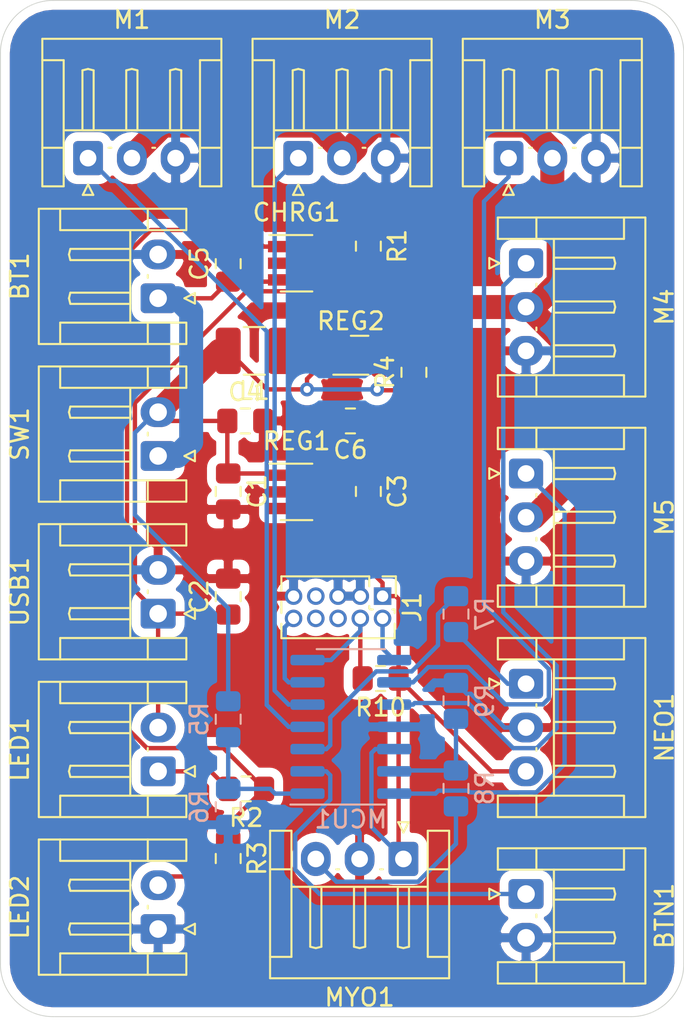
<source format=kicad_pcb>
(kicad_pcb (version 20171130) (host pcbnew "(5.1.4)-1")
  (layers (0 F.Cu signal) (31 B.Cu signal) (34 B.Paste user) (35 F.Paste user) (36 B.SilkS user) (37 F.SilkS user) (38 B.Mask user) (39 F.Mask user) (44 Edge.Cuts user))
  (net 0 "")
  (net 1 GND)
  (net 2 "Net-(BT1-Pad1)")
  (net 3 BTN)
  (net 4 +BATT)
  (net 5 "Net-(C2-Pad1)")
  (net 6 +3V3)
  (net 7 +5V)
  (net 8 "Net-(CHRG1-Pad5)")
  (net 9 "Net-(CHRG1-Pad2)")
  (net 10 "Net-(CHRG1-Pad1)")
  (net 11 "Net-(J1-Pad2)")
  (net 12 "Net-(J1-Pad4)")
  (net 13 "Net-(J1-Pad10)")
  (net 14 "Net-(L1-Pad1)")
  (net 15 "Net-(LED1-Pad1)")
  (net 16 "Net-(LED2-Pad2)")
  (net 17 INDEX)
  (net 18 MIDDLE)
  (net 19 RING)
  (net 20 PINKY)
  (net 21 THUMB)
  (net 22 NORMVBAT)
  (net 23 NEO)
  (net 24 NORMMYOSIG)
  (net 25 MYOSIG)
  (net 26 "Net-(R4-Pad2)")
  (net 27 "Net-(NEO1-Pad4)")
  (module Resistor_SMD:R_0805_2012Metric_Pad1.15x1.40mm_HandSolder (layer F.Cu) (at 134.7 55.7 180)
    (fp_text reference R10 (at 0 -1.65) (layer F.SilkS))
    (fp_text value 1000ohm)
    (pad 2 smd roundrect (at 1.025 0 180) (size 1.15 1.4) (layers F.Cu F.Paste F.Mask) (roundrect_rratio 0.217391) (net 12 "Net-(J1-Pad4)"))
    (pad 1 smd roundrect (at -1.025 0 180) (size 1.15 1.4) (layers F.Cu F.Paste F.Mask) (roundrect_rratio 0.217391) (net 6 +3V3))
  )
  (module Connector_PinHeader_1.27mm:PinHeader_2x05_P1.27mm_Vertical (layer F.Cu) (at 134.81 51 270)
    (fp_text reference J1 (at 0.635 -1.695 90) (layer F.SilkS))
    (fp_text value Conn_ARM_JTAG_SWD_10)
    (pad 1 thru_hole rect (at 0 0 270) (size 1 1) (drill 0.65) (layers *.Cu *.Mask) (net 6 +3V3))
    (pad 2 thru_hole oval (at 1.27 0 270) (size 1 1) (drill 0.65) (layers *.Cu *.Mask) (net 11 "Net-(J1-Pad2)"))
    (pad 3 thru_hole oval (at 0 1.27 270) (size 1 1) (drill 0.65) (layers *.Cu *.Mask) (net 1 GND))
    (pad 4 thru_hole oval (at 1.27 1.27 270) (size 1 1) (drill 0.65) (layers *.Cu *.Mask) (net 12 "Net-(J1-Pad4)"))
    (pad 5 thru_hole oval (at 0 2.54 270) (size 1 1) (drill 0.65) (layers *.Cu *.Mask) (net 1 GND))
    (pad 6 thru_hole oval (at 1.27 2.54 270) (size 1 1) (drill 0.65) (layers *.Cu *.Mask))
    (pad 7 thru_hole oval (at 0 3.81 270) (size 1 1) (drill 0.65) (layers *.Cu *.Mask))
    (pad 8 thru_hole oval (at 1.27 3.81 270) (size 1 1) (drill 0.65) (layers *.Cu *.Mask))
    (pad 9 thru_hole oval (at 0 5.08 270) (size 1 1) (drill 0.65) (layers *.Cu *.Mask) (net 1 GND))
    (pad 10 thru_hole oval (at 1.27 5.08 270) (size 1 1) (drill 0.65) (layers *.Cu *.Mask) (net 13 "Net-(J1-Pad10)"))
  )
  (module Connector_JST:JST_EH_S2B-EH_1x02_P2.50mm_Horizontal (layer F.Cu) (at 122 34 90)
    (fp_text reference BT1 (at 1.25 -7.9 90) (layer F.SilkS))
    (fp_text value Battery_Cell)
    (pad 2 thru_hole oval (at 2.5 0 90) (size 1.7 2) (drill 1) (layers *.Cu *.Mask) (net 1 GND))
    (pad 1 thru_hole roundrect (at 0 0 90) (size 1.7 2) (drill 1) (layers *.Cu *.Mask) (roundrect_rratio 0.147059) (net 2 "Net-(BT1-Pad1)"))
  )
  (module Connector_JST:JST_EH_S2B-EH_1x02_P2.50mm_Horizontal (layer F.Cu) (at 143 68 270)
    (fp_text reference BTN1 (at 1.25 -7.9 90) (layer F.SilkS))
    (fp_text value Side_Button)
    (pad 1 thru_hole roundrect (at 0 0 270) (size 1.7 2) (drill 1) (layers *.Cu *.Mask) (roundrect_rratio 0.147059) (net 3 BTN))
    (pad 2 thru_hole oval (at 2.5 0 270) (size 1.7 2) (drill 1) (layers *.Cu *.Mask) (net 1 GND))
  )
  (module Capacitor_SMD:C_0805_2012Metric_Pad1.15x1.40mm_HandSolder (layer F.Cu) (at 126 45.025 270)
    (fp_text reference C1 (at 0 -1.65 90) (layer F.SilkS))
    (fp_text value 1uF)
    (pad 2 smd roundrect (at 1.025 0 270) (size 1.15 1.4) (layers F.Cu F.Paste F.Mask) (roundrect_rratio 0.217391) (net 1 GND))
    (pad 1 smd roundrect (at -1.025 0 270) (size 1.15 1.4) (layers F.Cu F.Paste F.Mask) (roundrect_rratio 0.217391) (net 4 +BATT))
  )
  (module Capacitor_SMD:C_0805_2012Metric_Pad1.15x1.40mm_HandSolder (layer F.Cu) (at 126 51.025 90)
    (fp_text reference C2 (at 0 -1.65 90) (layer F.SilkS))
    (fp_text value 4.7uF)
    (pad 2 smd roundrect (at 1.025 0 90) (size 1.15 1.4) (layers F.Cu F.Paste F.Mask) (roundrect_rratio 0.217391) (net 1 GND))
    (pad 1 smd roundrect (at -1.025 0 90) (size 1.15 1.4) (layers F.Cu F.Paste F.Mask) (roundrect_rratio 0.217391) (net 5 "Net-(C2-Pad1)"))
  )
  (module Capacitor_SMD:C_0805_2012Metric_Pad1.15x1.40mm_HandSolder (layer F.Cu) (at 134 45.025 270)
    (fp_text reference C3 (at 0 -1.65 90) (layer F.SilkS))
    (fp_text value 1uF)
    (pad 1 smd roundrect (at -1.025 0 270) (size 1.15 1.4) (layers F.Cu F.Paste F.Mask) (roundrect_rratio 0.217391) (net 6 +3V3))
    (pad 2 smd roundrect (at 1.025 0 270) (size 1.15 1.4) (layers F.Cu F.Paste F.Mask) (roundrect_rratio 0.217391) (net 1 GND))
  )
  (module Capacitor_SMD:C_0805_2012Metric_Pad1.15x1.40mm_HandSolder (layer F.Cu) (at 126.975 41)
    (fp_text reference C4 (at 0 -1.65) (layer F.SilkS))
    (fp_text value "4.7uF 10V")
    (pad 2 smd roundrect (at 1.025 0) (size 1.15 1.4) (layers F.Cu F.Paste F.Mask) (roundrect_rratio 0.217391) (net 1 GND))
    (pad 1 smd roundrect (at -1.025 0) (size 1.15 1.4) (layers F.Cu F.Paste F.Mask) (roundrect_rratio 0.217391) (net 4 +BATT))
  )
  (module Capacitor_SMD:C_0805_2012Metric_Pad1.15x1.40mm_HandSolder (layer F.Cu) (at 126 32.025 90)
    (fp_text reference C5 (at 0 -1.65 90) (layer F.SilkS))
    (fp_text value 4.7uF)
    (pad 1 smd roundrect (at -1.025 0 90) (size 1.15 1.4) (layers F.Cu F.Paste F.Mask) (roundrect_rratio 0.217391) (net 2 "Net-(BT1-Pad1)"))
    (pad 2 smd roundrect (at 1.025 0 90) (size 1.15 1.4) (layers F.Cu F.Paste F.Mask) (roundrect_rratio 0.217391) (net 1 GND))
  )
  (module Capacitor_SMD:C_0805_2012Metric_Pad1.15x1.40mm_HandSolder (layer F.Cu) (at 132.975 41 180)
    (fp_text reference C6 (at 0 -1.65) (layer F.SilkS))
    (fp_text value "22uF 10V")
    (pad 1 smd roundrect (at -1.025 0 180) (size 1.15 1.4) (layers F.Cu F.Paste F.Mask) (roundrect_rratio 0.217391) (net 7 +5V))
    (pad 2 smd roundrect (at 1.025 0 180) (size 1.15 1.4) (layers F.Cu F.Paste F.Mask) (roundrect_rratio 0.217391) (net 1 GND))
  )
  (module Package_TO_SOT_SMD:SOT-23-5 (layer F.Cu) (at 129.9 32)
    (fp_text reference CHRG1 (at 0 -2.9) (layer F.SilkS))
    (fp_text value MCP73831-2-OT)
    (pad 5 smd rect (at 1.1 -0.95) (size 1.06 0.65) (layers F.Cu F.Paste F.Mask) (net 8 "Net-(CHRG1-Pad5)"))
    (pad 4 smd rect (at 1.1 0.95) (size 1.06 0.65) (layers F.Cu F.Paste F.Mask) (net 5 "Net-(C2-Pad1)"))
    (pad 3 smd rect (at -1.1 0.95) (size 1.06 0.65) (layers F.Cu F.Paste F.Mask) (net 2 "Net-(BT1-Pad1)"))
    (pad 2 smd rect (at -1.1 0) (size 1.06 0.65) (layers F.Cu F.Paste F.Mask) (net 9 "Net-(CHRG1-Pad2)"))
    (pad 1 smd rect (at -1.1 -0.95) (size 1.06 0.65) (layers F.Cu F.Paste F.Mask) (net 10 "Net-(CHRG1-Pad1)"))
  )
  (module Inductor_SMD:L_1210_3225Metric_Pad1.42x2.65mm_HandSolder (layer F.Cu) (at 127.4875 37 180)
    (fp_text reference L1 (at 0 -2.28) (layer F.SilkS))
    (fp_text value "1uH 3A")
    (pad 1 smd roundrect (at -1.4875 0 180) (size 1.425 2.65) (layers F.Cu F.Paste F.Mask) (roundrect_rratio 0.175439) (net 14 "Net-(L1-Pad1)"))
    (pad 2 smd roundrect (at 1.4875 0 180) (size 1.425 2.65) (layers F.Cu F.Paste F.Mask) (roundrect_rratio 0.175439) (net 4 +BATT))
  )
  (module Connector_JST:JST_EH_S2B-EH_1x02_P2.50mm_Horizontal (layer F.Cu) (at 122 61 90)
    (fp_text reference LED1 (at 1.25 -7.9 90) (layer F.SilkS))
    (fp_text value Charging_LED)
    (pad 1 thru_hole roundrect (at 0 0 90) (size 1.7 2) (drill 1) (layers *.Cu *.Mask) (roundrect_rratio 0.147059) (net 15 "Net-(LED1-Pad1)"))
    (pad 2 thru_hole oval (at 2.5 0 90) (size 1.7 2) (drill 1) (layers *.Cu *.Mask) (net 5 "Net-(C2-Pad1)"))
  )
  (module Connector_JST:JST_EH_S2B-EH_1x02_P2.50mm_Horizontal (layer F.Cu) (at 122 70 90)
    (fp_text reference LED2 (at 1.25 -7.9 90) (layer F.SilkS))
    (fp_text value Charge_Done_LED)
    (pad 2 thru_hole oval (at 2.5 0 90) (size 1.7 2) (drill 1) (layers *.Cu *.Mask) (net 16 "Net-(LED2-Pad2)"))
    (pad 1 thru_hole roundrect (at 0 0 90) (size 1.7 2) (drill 1) (layers *.Cu *.Mask) (roundrect_rratio 0.147059) (net 1 GND))
  )
  (module Connector_JST:JST_EH_S3B-EH_1x03_P2.50mm_Horizontal (layer F.Cu) (at 118 26)
    (fp_text reference M1 (at 2.5 -7.9) (layer F.SilkS))
    (fp_text value Index_Servo)
    (pad 3 thru_hole oval (at 5 0) (size 1.7 1.95) (drill 0.95) (layers *.Cu *.Mask) (net 1 GND))
    (pad 2 thru_hole oval (at 2.5 0) (size 1.7 1.95) (drill 0.95) (layers *.Cu *.Mask) (net 7 +5V))
    (pad 1 thru_hole roundrect (at 0 0) (size 1.7 1.95) (drill 0.95) (layers *.Cu *.Mask) (roundrect_rratio 0.147059) (net 17 INDEX))
  )
  (module Connector_JST:JST_EH_S3B-EH_1x03_P2.50mm_Horizontal (layer F.Cu) (at 130 26)
    (fp_text reference M2 (at 2.5 -7.9) (layer F.SilkS))
    (fp_text value Middle_Servo)
    (pad 1 thru_hole roundrect (at 0 0) (size 1.7 1.95) (drill 0.95) (layers *.Cu *.Mask) (roundrect_rratio 0.147059) (net 18 MIDDLE))
    (pad 2 thru_hole oval (at 2.5 0) (size 1.7 1.95) (drill 0.95) (layers *.Cu *.Mask) (net 7 +5V))
    (pad 3 thru_hole oval (at 5 0) (size 1.7 1.95) (drill 0.95) (layers *.Cu *.Mask) (net 1 GND))
  )
  (module Connector_JST:JST_EH_S3B-EH_1x03_P2.50mm_Horizontal (layer F.Cu) (at 142 26)
    (fp_text reference M3 (at 2.5 -7.9) (layer F.SilkS))
    (fp_text value Ring_Servo)
    (pad 3 thru_hole oval (at 5 0) (size 1.7 1.95) (drill 0.95) (layers *.Cu *.Mask) (net 1 GND))
    (pad 2 thru_hole oval (at 2.5 0) (size 1.7 1.95) (drill 0.95) (layers *.Cu *.Mask) (net 7 +5V))
    (pad 1 thru_hole roundrect (at 0 0) (size 1.7 1.95) (drill 0.95) (layers *.Cu *.Mask) (roundrect_rratio 0.147059) (net 19 RING))
  )
  (module Connector_JST:JST_EH_S3B-EH_1x03_P2.50mm_Horizontal (layer F.Cu) (at 143 32 270)
    (fp_text reference M4 (at 2.5 -7.9 90) (layer F.SilkS))
    (fp_text value Pinky_Servo)
    (pad 1 thru_hole roundrect (at 0 0 270) (size 1.7 1.95) (drill 0.95) (layers *.Cu *.Mask) (roundrect_rratio 0.147059) (net 20 PINKY))
    (pad 2 thru_hole oval (at 2.5 0 270) (size 1.7 1.95) (drill 0.95) (layers *.Cu *.Mask) (net 7 +5V))
    (pad 3 thru_hole oval (at 5 0 270) (size 1.7 1.95) (drill 0.95) (layers *.Cu *.Mask) (net 1 GND))
  )
  (module Connector_JST:JST_EH_S3B-EH_1x03_P2.50mm_Horizontal (layer F.Cu) (at 143 44 270)
    (fp_text reference M5 (at 2.5 -7.9 90) (layer F.SilkS))
    (fp_text value Thumb_Servo)
    (pad 3 thru_hole oval (at 5 0 270) (size 1.7 1.95) (drill 0.95) (layers *.Cu *.Mask) (net 1 GND))
    (pad 2 thru_hole oval (at 2.5 0 270) (size 1.7 1.95) (drill 0.95) (layers *.Cu *.Mask) (net 7 +5V))
    (pad 1 thru_hole roundrect (at 0 0 270) (size 1.7 1.95) (drill 0.95) (layers *.Cu *.Mask) (roundrect_rratio 0.147059) (net 21 THUMB))
  )
  (module Package_SO:SOIC-14_3.9x8.7mm_P1.27mm (layer B.Cu) (at 133 58.46)
    (fp_text reference MCU1 (at 0 5.28) (layer B.SilkS) (effects (justify mirror)))
    (fp_text value ATSAMD11C14A-SS)
    (pad 1 smd roundrect (at -2.475 3.81) (size 1.95 0.6) (layers B.Cu B.Paste B.Mask) (net 22 NORMVBAT))
    (pad 2 smd roundrect (at -2.475 2.54) (size 1.95 0.6) (layers B.Cu B.Paste B.Mask) (net 3 BTN))
    (pad 3 smd roundrect (at -2.475 1.27) (size 1.95 0.6) (layers B.Cu B.Paste B.Mask) (net 23 NEO))
    (pad 4 smd roundrect (at -2.475 0) (size 1.95 0.6) (layers B.Cu B.Paste B.Mask) (net 17 INDEX))
    (pad 5 smd roundrect (at -2.475 -1.27) (size 1.95 0.6) (layers B.Cu B.Paste B.Mask) (net 18 MIDDLE))
    (pad 6 smd roundrect (at -2.475 -2.54) (size 1.95 0.6) (layers B.Cu B.Paste B.Mask) (net 13 "Net-(J1-Pad10)"))
    (pad 7 smd roundrect (at -2.475 -3.81) (size 1.95 0.6) (layers B.Cu B.Paste B.Mask) (net 12 "Net-(J1-Pad4)"))
    (pad 8 smd roundrect (at 2.475 -3.81) (size 1.95 0.6) (layers B.Cu B.Paste B.Mask) (net 11 "Net-(J1-Pad2)"))
    (pad 9 smd roundrect (at 2.475 -2.54) (size 1.95 0.6) (layers B.Cu B.Paste B.Mask) (net 19 RING))
    (pad 10 smd roundrect (at 2.475 -1.27) (size 1.95 0.6) (layers B.Cu B.Paste B.Mask) (net 20 PINKY))
    (pad 11 smd roundrect (at 2.475 0) (size 1.95 0.6) (layers B.Cu B.Paste B.Mask) (net 1 GND))
    (pad 12 smd roundrect (at 2.475 1.27) (size 1.95 0.6) (layers B.Cu B.Paste B.Mask) (net 6 +3V3))
    (pad 13 smd roundrect (at 2.475 2.54) (size 1.95 0.6) (layers B.Cu B.Paste B.Mask) (net 24 NORMMYOSIG))
    (pad 14 smd roundrect (at 2.475 3.81) (size 1.95 0.6) (layers B.Cu B.Paste B.Mask) (net 21 THUMB))
  )
  (module Connector_JST:JST_EH_S3B-EH_1x03_P2.50mm_Horizontal (layer F.Cu) (at 136 66 180)
    (fp_text reference MYO1 (at 2.5 -7.9) (layer F.SilkS))
    (fp_text value MyoWare)
    (pad 1 thru_hole roundrect (at 0 0 180) (size 1.7 1.95) (drill 0.95) (layers *.Cu *.Mask) (roundrect_rratio 0.147059) (net 6 +3V3))
    (pad 2 thru_hole oval (at 2.5 0 180) (size 1.7 1.95) (drill 0.95) (layers *.Cu *.Mask) (net 1 GND))
    (pad 3 thru_hole oval (at 5 0 180) (size 1.7 1.95) (drill 0.95) (layers *.Cu *.Mask) (net 25 MYOSIG))
  )
  (module Connector_JST:JST_EH_S3B-EH_1x03_P2.50mm_Horizontal (layer F.Cu) (at 143 56 270)
    (fp_text reference NEO1 (at 2.5 -7.9 90) (layer F.SilkS))
    (fp_text value Indicator_NeoPixel)
    (pad 4 thru_hole roundrect (at 0 0 270) (size 1.7 1.95) (drill 0.95) (layers *.Cu *.Mask) (roundrect_rratio 0.147) (net 27 "Net-(NEO1-Pad4)"))
    (pad 2 thru_hole oval (at 2.5 0 270) (size 1.7 1.95) (drill 0.95) (layers *.Cu *.Mask) (net 1 GND))
    (pad 3 thru_hole oval (at 5 0 270) (size 1.7 1.95) (drill 0.95) (layers *.Cu *.Mask) (net 6 +3V3))
  )
  (module Resistor_SMD:R_0805_2012Metric_Pad1.15x1.40mm_HandSolder (layer F.Cu) (at 134 31.025 270)
    (fp_text reference R1 (at 0 -1.65 90) (layer F.SilkS))
    (fp_text value 2000ohm)
    (pad 2 smd roundrect (at 1.025 0 270) (size 1.15 1.4) (layers F.Cu F.Paste F.Mask) (roundrect_rratio 0.217391) (net 9 "Net-(CHRG1-Pad2)"))
    (pad 1 smd roundrect (at -1.025 0 270) (size 1.15 1.4) (layers F.Cu F.Paste F.Mask) (roundrect_rratio 0.217391) (net 8 "Net-(CHRG1-Pad5)"))
  )
  (module Resistor_SMD:R_0805_2012Metric_Pad1.15x1.40mm_HandSolder (layer F.Cu) (at 127.025 62 180)
    (fp_text reference R2 (at 0 -1.65) (layer F.SilkS))
    (fp_text value 470ohm)
    (pad 1 smd roundrect (at -1.025 0 180) (size 1.15 1.4) (layers F.Cu F.Paste F.Mask) (roundrect_rratio 0.217391) (net 10 "Net-(CHRG1-Pad1)"))
    (pad 2 smd roundrect (at 1.025 0 180) (size 1.15 1.4) (layers F.Cu F.Paste F.Mask) (roundrect_rratio 0.217391) (net 15 "Net-(LED1-Pad1)"))
  )
  (module Resistor_SMD:R_0805_2012Metric_Pad1.15x1.40mm_HandSolder (layer F.Cu) (at 126 65.975 270)
    (fp_text reference R3 (at 0 -1.65 90) (layer F.SilkS))
    (fp_text value 470ohm)
    (pad 2 smd roundrect (at 1.025 0 270) (size 1.15 1.4) (layers F.Cu F.Paste F.Mask) (roundrect_rratio 0.217391) (net 16 "Net-(LED2-Pad2)"))
    (pad 1 smd roundrect (at -1.025 0 270) (size 1.15 1.4) (layers F.Cu F.Paste F.Mask) (roundrect_rratio 0.217391) (net 10 "Net-(CHRG1-Pad1)"))
  )
  (module Resistor_SMD:R_0805_2012Metric_Pad1.15x1.40mm_HandSolder (layer F.Cu) (at 136.6 38.225 90)
    (fp_text reference R4 (at 0 -1.65 90) (layer F.SilkS))
    (fp_text value 1Mohm)
    (pad 1 smd roundrect (at -1.025 0 90) (size 1.15 1.4) (layers F.Cu F.Paste F.Mask) (roundrect_rratio 0.217391) (net 4 +BATT))
    (pad 2 smd roundrect (at 1.025 0 90) (size 1.15 1.4) (layers F.Cu F.Paste F.Mask) (roundrect_rratio 0.217391) (net 26 "Net-(R4-Pad2)"))
  )
  (module Resistor_SMD:R_0805_2012Metric_Pad1.15x1.40mm_HandSolder (layer B.Cu) (at 126 58.025 270)
    (fp_text reference R5 (at 0 1.65 270) (layer B.SilkS) (effects (justify mirror)))
    (fp_text value 5000ohm)
    (pad 1 smd roundrect (at -1.025 0 270) (size 1.15 1.4) (layers B.Cu B.Paste B.Mask) (roundrect_rratio 0.217391) (net 4 +BATT))
    (pad 2 smd roundrect (at 1.025 0 270) (size 1.15 1.4) (layers B.Cu B.Paste B.Mask) (roundrect_rratio 0.217391) (net 22 NORMVBAT))
  )
  (module Resistor_SMD:R_0805_2012Metric_Pad1.15x1.40mm_HandSolder (layer B.Cu) (at 126 63.025 270)
    (fp_text reference R6 (at 0 1.65 270) (layer B.SilkS) (effects (justify mirror)))
    (fp_text value 1250ohm)
    (pad 2 smd roundrect (at 1.025 0 270) (size 1.15 1.4) (layers B.Cu B.Paste B.Mask) (roundrect_rratio 0.217391) (net 1 GND))
    (pad 1 smd roundrect (at -1.025 0 270) (size 1.15 1.4) (layers B.Cu B.Paste B.Mask) (roundrect_rratio 0.217391) (net 22 NORMVBAT))
  )
  (module Resistor_SMD:R_0805_2012Metric_Pad1.15x1.40mm_HandSolder (layer B.Cu) (at 139 52.025 90)
    (fp_text reference R7 (at 0 1.65 270) (layer B.SilkS) (effects (justify mirror)))
    (fp_text value 500ohm)
    (pad 1 smd roundrect (at -1.025 0 90) (size 1.15 1.4) (layers B.Cu B.Paste B.Mask) (roundrect_rratio 0.217391) (net 27 "Net-(NEO1-Pad4)"))
    (pad 2 smd roundrect (at 1.025 0 90) (size 1.15 1.4) (layers B.Cu B.Paste B.Mask) (roundrect_rratio 0.217391) (net 23 NEO))
  )
  (module Resistor_SMD:R_0805_2012Metric_Pad1.15x1.40mm_HandSolder (layer B.Cu) (at 139 61.975 90)
    (fp_text reference R8 (at 0.025 1.65 270) (layer B.SilkS) (effects (justify mirror)))
    (fp_text value 5000ohm)
    (pad 1 smd roundrect (at -1.025 0 90) (size 1.15 1.4) (layers B.Cu B.Paste B.Mask) (roundrect_rratio 0.217391) (net 25 MYOSIG))
    (pad 2 smd roundrect (at 1.025 0 90) (size 1.15 1.4) (layers B.Cu B.Paste B.Mask) (roundrect_rratio 0.217391) (net 24 NORMMYOSIG))
  )
  (module Resistor_SMD:R_0805_2012Metric_Pad1.15x1.40mm_HandSolder (layer B.Cu) (at 139 56.975 90)
    (fp_text reference R9 (at 0 1.65 270) (layer B.SilkS) (effects (justify mirror)))
    (fp_text value 1250ohm)
    (pad 2 smd roundrect (at 1.025 0 90) (size 1.15 1.4) (layers B.Cu B.Paste B.Mask) (roundrect_rratio 0.217391) (net 1 GND))
    (pad 1 smd roundrect (at -1.025 0 90) (size 1.15 1.4) (layers B.Cu B.Paste B.Mask) (roundrect_rratio 0.217391) (net 24 NORMMYOSIG))
  )
  (module Package_TO_SOT_SMD:SOT-23-5 (layer F.Cu) (at 129.9 45.05)
    (fp_text reference REG1 (at 0 -2.9) (layer F.SilkS))
    (fp_text value MIC5504-3.3YM5)
    (pad 1 smd rect (at -1.1 -0.95) (size 1.06 0.65) (layers F.Cu F.Paste F.Mask) (net 4 +BATT))
    (pad 2 smd rect (at -1.1 0) (size 1.06 0.65) (layers F.Cu F.Paste F.Mask) (net 1 GND))
    (pad 3 smd rect (at -1.1 0.95) (size 1.06 0.65) (layers F.Cu F.Paste F.Mask))
    (pad 4 smd rect (at 1.1 0.95) (size 1.06 0.65) (layers F.Cu F.Paste F.Mask))
    (pad 5 smd rect (at 1.1 -0.95) (size 1.06 0.65) (layers F.Cu F.Paste F.Mask) (net 6 +3V3))
  )
  (module Package_DFN_QFN:DFN-8-1EP_2x2mm_P0.5mm_EP0.9x1.3mm (layer F.Cu) (at 133 37.25)
    (fp_text reference REG2 (at 0 -1.95) (layer F.SilkS))
    (fp_text value MIC2876-5.5YMT-TR)
    (pad 9 smd roundrect (at 0 0) (size 0.9 1.3) (layers F.Cu F.Mask) (net 1 GND))
    (pad 1 smd roundrect (at -1 -0.75) (size 0.7 0.25) (layers F.Cu F.Paste F.Mask) (net 14 "Net-(L1-Pad1)"))
    (pad 2 smd roundrect (at -1 -0.25) (size 0.7 0.25) (layers F.Cu F.Paste F.Mask) (net 1 GND))
    (pad 3 smd roundrect (at -1 0.25) (size 0.7 0.25) (layers F.Cu F.Paste F.Mask) (net 4 +BATT))
    (pad 4 smd roundrect (at -1 0.75) (size 0.7 0.25) (layers F.Cu F.Paste F.Mask) (net 1 GND))
    (pad 5 smd roundrect (at 1 0.75) (size 0.7 0.25) (layers F.Cu F.Paste F.Mask) (net 7 +5V))
    (pad 6 smd roundrect (at 1 0.25) (size 0.7 0.25) (layers F.Cu F.Paste F.Mask))
    (pad 7 smd roundrect (at 1 -0.25) (size 0.7 0.25) (layers F.Cu F.Paste F.Mask) (net 26 "Net-(R4-Pad2)"))
    (pad 8 smd roundrect (at 1 -0.75) (size 0.7 0.25) (layers F.Cu F.Paste F.Mask) (net 7 +5V))
  )
  (module Connector_JST:JST_EH_S2B-EH_1x02_P2.50mm_Horizontal (layer F.Cu) (at 122 43 90)
    (fp_text reference SW1 (at 1.25 -7.9 90) (layer F.SilkS))
    (fp_text value Power_Switch)
    (pad 2 thru_hole oval (at 2.5 0 90) (size 1.7 2) (drill 1) (layers *.Cu *.Mask) (net 4 +BATT))
    (pad 1 thru_hole roundrect (at 0 0 90) (size 1.7 2) (drill 1) (layers *.Cu *.Mask) (roundrect_rratio 0.147059) (net 2 "Net-(BT1-Pad1)"))
  )
  (module Connector_JST:JST_EH_S2B-EH_1x02_P2.50mm_Horizontal (layer F.Cu) (at 122 52 90)
    (fp_text reference USB1 (at 1.25 -7.9 90) (layer F.SilkS))
    (fp_text value USB_B_Micro)
    (pad 1 thru_hole roundrect (at 0 0 90) (size 1.7 2) (drill 1) (layers *.Cu *.Mask) (roundrect_rratio 0.147059) (net 5 "Net-(C2-Pad1)"))
    (pad 5 thru_hole oval (at 2.5 0 90) (size 1.7 2) (drill 1) (layers *.Cu *.Mask) (net 1 GND))
  )
  (gr_line (start 152 72) (end 152 20) (layer Edge.Cuts) (width 0.05))
  (gr_line (start 116 75) (end 149 75) (layer Edge.Cuts) (width 0.05))
  (gr_line (start 113 20) (end 113 72) (layer Edge.Cuts) (width 0.05))
  (gr_line (start 149 17) (end 116 17) (layer Edge.Cuts) (width 0.05))
  (gr_arc (start 149 72) (end 149 75) (angle -90) (layer Edge.Cuts) (width 0.05))
  (gr_arc (start 116 72) (end 113 72) (angle -90) (layer Edge.Cuts) (width 0.05))
  (gr_arc (start 116 20) (end 116 17) (angle -90) (layer Edge.Cuts) (width 0.05))
  (gr_arc (start 149 20) (end 152 20) (angle -90) (layer Edge.Cuts) (width 0.05))
  (segment (start 132.75 37) (end 133 37.25) (width 0.25) (layer F.Cu) (net 1))
  (segment (start 132 37) (end 132.75 37) (width 0.25) (layer F.Cu) (net 1))
  (segment (start 133 37.45) (end 133 37.25) (width 0.25) (layer F.Cu) (net 1))
  (segment (start 132.45 38) (end 133 37.45) (width 0.25) (layer F.Cu) (net 1))
  (segment (start 132 38) (end 132.45 38) (width 0.25) (layer F.Cu) (net 1))
  (segment (start 128.02 45.05) (end 128 45.03) (width 0.25) (layer F.Cu) (net 1))
  (segment (start 128.8 45.05) (end 128.02 45.05) (width 0.25) (layer F.Cu) (net 1))
  (segment (start 133.5 64.5) (end 133.5 66) (width 0.25) (layer B.Cu) (net 1))
  (segment (start 141.775 58.5) (end 143 58.5) (width 0.25) (layer B.Cu) (net 1))
  (segment (start 139.848372 56.573372) (end 141.775 58.5) (width 0.25) (layer B.Cu) (net 1))
  (segment (start 139.623372 56.573372) (end 139.848372 56.573372) (width 0.25) (layer B.Cu) (net 1))
  (segment (start 139 55.95) (end 139.623372 56.573372) (width 0.25) (layer B.Cu) (net 1))
  (segment (start 131.95 40.2) (end 132.76499 39.38501) (width 1.37) (layer F.Cu) (net 1))
  (segment (start 132.76499 39.38501) (end 132.76499 38.424994) (width 1.37) (layer F.Cu) (net 1))
  (segment (start 131.95 41) (end 131.95 40.2) (width 1.37) (layer F.Cu) (net 1))
  (via (at 134.5 39.2) (size 0.8) (drill 0.4) (layers F.Cu B.Cu) (net 4))
  (via (at 130.5 39.2) (size 0.8) (drill 0.4) (layers F.Cu B.Cu) (net 4))
  (segment (start 125.05 34) (end 126 33.05) (width 0.25) (layer F.Cu) (net 2))
  (segment (start 122 34) (end 125.05 34) (width 0.25) (layer F.Cu) (net 2))
  (segment (start 128.7 33.05) (end 128.8 32.95) (width 0.25) (layer F.Cu) (net 2))
  (segment (start 126 33.05) (end 128.7 33.05) (width 0.25) (layer F.Cu) (net 2))
  (segment (start 123.1 43) (end 122 43) (width 1.37) (layer B.Cu) (net 2))
  (segment (start 123.88501 42.21499) (end 123.1 43) (width 1.37) (layer B.Cu) (net 2))
  (segment (start 123.88501 34.78501) (end 123.88501 42.21499) (width 1.37) (layer B.Cu) (net 2))
  (segment (start 123.1 34) (end 123.88501 34.78501) (width 1.37) (layer B.Cu) (net 2))
  (segment (start 122 34) (end 123.1 34) (width 1.37) (layer B.Cu) (net 2))
  (segment (start 131.82501 61.22501) (end 131.6 61) (width 0.25) (layer B.Cu) (net 3))
  (segment (start 131.82501 62.616758) (end 131.82501 61.22501) (width 0.25) (layer B.Cu) (net 3))
  (segment (start 129.82499 64.616778) (end 131.82501 62.616758) (width 0.25) (layer B.Cu) (net 3))
  (segment (start 129.82499 66.611705) (end 129.82499 64.616778) (width 0.25) (layer B.Cu) (net 3))
  (segment (start 131.213285 68) (end 129.82499 66.611705) (width 0.25) (layer B.Cu) (net 3))
  (segment (start 131.6 61) (end 130.525 61) (width 0.25) (layer B.Cu) (net 3))
  (segment (start 143 68) (end 131.213285 68) (width 0.25) (layer B.Cu) (net 3))
  (segment (start 122.5 41) (end 122 40.5) (width 0.25) (layer F.Cu) (net 4))
  (segment (start 125.95 41) (end 122.5 41) (width 0.25) (layer F.Cu) (net 4))
  (segment (start 125.95 43.95) (end 126 44) (width 0.25) (layer F.Cu) (net 4))
  (segment (start 125.95 41) (end 125.95 43.95) (width 0.25) (layer F.Cu) (net 4))
  (segment (start 128.7 44) (end 128.8 44.1) (width 0.25) (layer F.Cu) (net 4))
  (segment (start 126 44) (end 128.7 44) (width 0.25) (layer F.Cu) (net 4))
  (segment (start 126 56.325) (end 126 57) (width 0.25) (layer B.Cu) (net 4))
  (segment (start 126 51.688285) (end 126 56.325) (width 0.25) (layer B.Cu) (net 4))
  (segment (start 120.67499 46.363275) (end 126 51.688285) (width 0.25) (layer B.Cu) (net 4))
  (segment (start 120.67499 41.67501) (end 120.67499 46.363275) (width 0.25) (layer B.Cu) (net 4))
  (segment (start 121.85 40.5) (end 120.67499 41.67501) (width 0.25) (layer B.Cu) (net 4))
  (segment (start 122 40.5) (end 121.85 40.5) (width 0.25) (layer B.Cu) (net 4))
  (segment (start 122.5 40.5) (end 122 40.5) (width 0.25) (layer F.Cu) (net 4))
  (segment (start 125.5 37) (end 122 40.5) (width 1.37) (layer F.Cu) (net 4))
  (segment (start 126 37) (end 125.5 37) (width 1.37) (layer F.Cu) (net 4))
  (segment (start 134.55 39.25) (end 134.5 39.2) (width 0.25) (layer F.Cu) (net 4))
  (segment (start 136.6 39.25) (end 134.55 39.25) (width 0.25) (layer F.Cu) (net 4))
  (segment (start 130.5 38.634315) (end 130.5 39.2) (width 0.25) (layer F.Cu) (net 4))
  (segment (start 130.5 38.601978) (end 130.5 38.634315) (width 0.25) (layer F.Cu) (net 4))
  (segment (start 131.601978 37.5) (end 130.5 38.601978) (width 0.25) (layer F.Cu) (net 4))
  (segment (start 132 37.5) (end 131.601978 37.5) (width 0.25) (layer F.Cu) (net 4))
  (segment (start 128.2 39.2) (end 126 37) (width 0.25) (layer F.Cu) (net 4))
  (segment (start 130.5 39.2) (end 128.2 39.2) (width 0.25) (layer F.Cu) (net 4))
  (segment (start 134.5 39.2) (end 130.5 39.2) (width 0.25) (layer B.Cu) (net 4))
  (segment (start 125.95 52) (end 126 52.05) (width 0.25) (layer F.Cu) (net 5))
  (segment (start 122 52) (end 125.95 52) (width 0.25) (layer F.Cu) (net 5))
  (segment (start 130.22 32.95) (end 131 32.95) (width 0.25) (layer F.Cu) (net 5))
  (segment (start 129.569999 33.600001) (end 130.22 32.95) (width 0.25) (layer F.Cu) (net 5))
  (segment (start 127.049309 33.600001) (end 129.569999 33.600001) (width 0.25) (layer F.Cu) (net 5))
  (segment (start 120.67499 39.97432) (end 127.049309 33.600001) (width 0.25) (layer F.Cu) (net 5))
  (segment (start 120.67499 50.67499) (end 120.67499 39.97432) (width 0.25) (layer F.Cu) (net 5))
  (segment (start 122 52) (end 120.67499 50.67499) (width 0.25) (layer F.Cu) (net 5))
  (segment (start 122 52.95) (end 122 58.5) (width 0.25) (layer F.Cu) (net 5))
  (segment (start 122 52) (end 122 52.95) (width 0.25) (layer F.Cu) (net 5))
  (segment (start 133.9 44.1) (end 134 44) (width 0.25) (layer F.Cu) (net 6))
  (segment (start 132.4 47.84) (end 132.4 44.1) (width 0.25) (layer F.Cu) (net 6))
  (segment (start 134.81 50.25) (end 132.4 47.84) (width 0.25) (layer F.Cu) (net 6))
  (segment (start 134.81 51) (end 134.81 50.25) (width 0.25) (layer F.Cu) (net 6))
  (segment (start 131 44.1) (end 132.4 44.1) (width 0.25) (layer F.Cu) (net 6))
  (segment (start 132.4 44.1) (end 133.9 44.1) (width 0.25) (layer F.Cu) (net 6))
  (segment (start 134.4 59.73) (end 135.475 59.73) (width 0.25) (layer B.Cu) (net 6))
  (segment (start 134.17499 59.95501) (end 134.4 59.73) (width 0.25) (layer B.Cu) (net 6))
  (segment (start 134.17499 64.17499) (end 134.17499 59.95501) (width 0.25) (layer B.Cu) (net 6))
  (segment (start 136 66) (end 134.17499 64.17499) (width 0.25) (layer B.Cu) (net 6))
  (segment (start 135.725 54.9) (end 135.725 55.7) (width 0.25) (layer F.Cu) (net 6))
  (segment (start 135.725 51.165) (end 135.725 54.9) (width 0.25) (layer F.Cu) (net 6))
  (segment (start 135.56 51) (end 135.725 51.165) (width 0.25) (layer F.Cu) (net 6))
  (segment (start 134.81 51) (end 135.56 51) (width 0.25) (layer F.Cu) (net 6))
  (segment (start 135.725 65.725) (end 136 66) (width 0.25) (layer F.Cu) (net 6))
  (segment (start 135.725 55.7) (end 135.725 65.725) (width 0.25) (layer F.Cu) (net 6))
  (segment (start 141.025 61) (end 135.725 55.7) (width 0.25) (layer F.Cu) (net 6))
  (segment (start 143 61) (end 141.025 61) (width 0.25) (layer F.Cu) (net 6))
  (segment (start 134.19571 36.30429) (end 134 36.5) (width 0.25) (layer F.Cu) (net 7))
  (segment (start 134.20001 36.29999) (end 134.19571 36.30429) (width 0.25) (layer F.Cu) (net 7))
  (segment (start 137.28818 36.29999) (end 134.20001 36.29999) (width 0.25) (layer F.Cu) (net 7))
  (segment (start 137.62501 36.63682) (end 137.28818 36.29999) (width 0.25) (layer F.Cu) (net 7))
  (segment (start 136.43819 41) (end 137.62501 39.81318) (width 0.25) (layer F.Cu) (net 7))
  (segment (start 134 41) (end 136.43819 41) (width 0.25) (layer F.Cu) (net 7))
  (segment (start 137.60003 38.34999) (end 137.62501 38.32501) (width 0.25) (layer F.Cu) (net 7))
  (segment (start 134.34999 38.34999) (end 137.60003 38.34999) (width 0.25) (layer F.Cu) (net 7))
  (segment (start 134 38) (end 134.34999 38.34999) (width 0.25) (layer F.Cu) (net 7))
  (segment (start 137.62501 39.81318) (end 137.62501 38.32501) (width 0.25) (layer F.Cu) (net 7))
  (segment (start 137.62501 38.32501) (end 137.62501 36.63682) (width 0.25) (layer F.Cu) (net 7))
  (segment (start 132.5 25.569852) (end 132.5 26) (width 1.37) (layer F.Cu) (net 7))
  (segment (start 131.070138 24.13999) (end 132.5 25.569852) (width 1.37) (layer F.Cu) (net 7))
  (segment (start 122.281336 24.13999) (end 131.070138 24.13999) (width 1.37) (layer F.Cu) (net 7))
  (segment (start 120.5 25.921326) (end 122.281336 24.13999) (width 1.37) (layer F.Cu) (net 7))
  (segment (start 120.5 26) (end 120.5 25.921326) (width 1.37) (layer F.Cu) (net 7))
  (segment (start 144.5 25.569852) (end 144.5 26) (width 1.37) (layer F.Cu) (net 7))
  (segment (start 143.070138 24.13999) (end 144.5 25.569852) (width 1.37) (layer F.Cu) (net 7))
  (segment (start 134.281336 24.13999) (end 143.070138 24.13999) (width 1.37) (layer F.Cu) (net 7))
  (segment (start 133.26499 25.156336) (end 134.281336 24.13999) (width 1.37) (layer F.Cu) (net 7))
  (segment (start 133.26499 25.43501) (end 133.26499 25.156336) (width 1.37) (layer F.Cu) (net 7))
  (segment (start 132.7 26) (end 133.26499 25.43501) (width 1.37) (layer F.Cu) (net 7))
  (segment (start 132.5 26) (end 132.7 26) (width 1.37) (layer F.Cu) (net 7))
  (segment (start 143.430148 34.5) (end 143 34.5) (width 1.37) (layer F.Cu) (net 7))
  (segment (start 144.86001 33.070138) (end 143.430148 34.5) (width 1.37) (layer F.Cu) (net 7))
  (segment (start 144.86001 28.70501) (end 144.86001 33.070138) (width 1.37) (layer F.Cu) (net 7))
  (segment (start 144.5 28.345) (end 144.86001 28.70501) (width 1.37) (layer F.Cu) (net 7))
  (segment (start 144.5 26) (end 144.5 28.345) (width 1.37) (layer F.Cu) (net 7))
  (segment (start 143.125 34.5) (end 143 34.5) (width 1.37) (layer F.Cu) (net 7))
  (segment (start 145.345 36.72) (end 143.125 34.5) (width 1.37) (layer F.Cu) (net 7))
  (segment (start 145.345 44.585148) (end 145.345 36.72) (width 1.37) (layer F.Cu) (net 7))
  (segment (start 143.430148 46.5) (end 145.345 44.585148) (width 1.37) (layer F.Cu) (net 7))
  (segment (start 143 46.5) (end 143.430148 46.5) (width 1.37) (layer F.Cu) (net 7))
  (segment (start 135.48999 34.5) (end 134 35.98999) (width 1.37) (layer F.Cu) (net 7))
  (segment (start 143 34.5) (end 135.48999 34.5) (width 1.37) (layer F.Cu) (net 7))
  (segment (start 132.95 31.05) (end 134 30) (width 0.25) (layer F.Cu) (net 8))
  (segment (start 131 31.05) (end 132.95 31.05) (width 0.25) (layer F.Cu) (net 8))
  (segment (start 128.85 32.05) (end 128.8 32) (width 0.25) (layer F.Cu) (net 9))
  (segment (start 134 32.05) (end 128.85 32.05) (width 0.25) (layer F.Cu) (net 9))
  (segment (start 126 64.05) (end 128.05 62) (width 0.25) (layer F.Cu) (net 10))
  (segment (start 126 64.95) (end 126 64.05) (width 0.25) (layer F.Cu) (net 10))
  (segment (start 128.02 31.05) (end 128.8 31.05) (width 0.25) (layer F.Cu) (net 10))
  (segment (start 127.06999 30.09999) (end 128.02 31.05) (width 0.25) (layer F.Cu) (net 10))
  (segment (start 121.588295 30.09999) (end 127.06999 30.09999) (width 0.25) (layer F.Cu) (net 10))
  (segment (start 120.22498 31.463305) (end 121.588295 30.09999) (width 0.25) (layer F.Cu) (net 10))
  (segment (start 120.22498 58.536695) (end 120.22498 31.463305) (width 0.25) (layer F.Cu) (net 10))
  (segment (start 121.363295 59.67501) (end 120.22498 58.536695) (width 0.25) (layer F.Cu) (net 10))
  (segment (start 125.72501 59.67501) (end 121.363295 59.67501) (width 0.25) (layer F.Cu) (net 10))
  (segment (start 128.05 62) (end 125.72501 59.67501) (width 0.25) (layer F.Cu) (net 10))
  (segment (start 134.81 53.985) (end 135.475 54.65) (width 0.25) (layer B.Cu) (net 11))
  (segment (start 134.81 52.27) (end 134.81 53.985) (width 0.25) (layer B.Cu) (net 11))
  (segment (start 131.6 54.65) (end 130.525 54.65) (width 0.25) (layer B.Cu) (net 12))
  (segment (start 131.867106 54.65) (end 131.6 54.65) (width 0.25) (layer B.Cu) (net 12))
  (segment (start 133.54 52.977106) (end 131.867106 54.65) (width 0.25) (layer B.Cu) (net 12))
  (segment (start 133.54 52.27) (end 133.54 52.977106) (width 0.25) (layer B.Cu) (net 12))
  (segment (start 133.54 55.565) (end 133.675 55.7) (width 0.25) (layer F.Cu) (net 12))
  (segment (start 133.54 52.27) (end 133.54 55.565) (width 0.25) (layer F.Cu) (net 12))
  (segment (start 129.45 55.92) (end 130.525 55.92) (width 0.25) (layer B.Cu) (net 13))
  (segment (start 129.22499 55.69499) (end 129.45 55.92) (width 0.25) (layer B.Cu) (net 13))
  (segment (start 129.22499 52.77501) (end 129.22499 55.69499) (width 0.25) (layer B.Cu) (net 13))
  (segment (start 129.73 52.27) (end 129.22499 52.77501) (width 0.25) (layer B.Cu) (net 13))
  (segment (start 131.320026 35.98999) (end 132 35.98999) (width 1.37) (layer F.Cu) (net 14))
  (segment (start 128.975 37) (end 130.310016 37) (width 1.37) (layer F.Cu) (net 14))
  (segment (start 130.310016 37) (end 131.320026 35.98999) (width 1.37) (layer F.Cu) (net 14))
  (segment (start 125 61) (end 126 62) (width 0.25) (layer F.Cu) (net 15))
  (segment (start 122 61) (end 125 61) (width 0.25) (layer F.Cu) (net 15))
  (segment (start 122.5 67) (end 122 67.5) (width 0.25) (layer F.Cu) (net 16))
  (segment (start 126 67) (end 122.5 67) (width 0.25) (layer F.Cu) (net 16))
  (segment (start 119.611725 27.30001) (end 128.2 35.888285) (width 0.25) (layer B.Cu) (net 17))
  (segment (start 118 26) (end 119.30001 27.30001) (width 0.25) (layer B.Cu) (net 17))
  (segment (start 119.30001 27.30001) (end 119.611725 27.30001) (width 0.25) (layer B.Cu) (net 17))
  (segment (start 129.45 58.46) (end 130.525 58.46) (width 0.25) (layer B.Cu) (net 17))
  (segment (start 128.2 57.21) (end 129.45 58.46) (width 0.25) (layer B.Cu) (net 17))
  (segment (start 128.2 35.888285) (end 128.2 57.21) (width 0.25) (layer B.Cu) (net 17))
  (segment (start 129.45 57.19) (end 130.525 57.19) (width 0.25) (layer B.Cu) (net 18))
  (segment (start 128.65001 56.39001) (end 129.45 57.19) (width 0.25) (layer B.Cu) (net 18))
  (segment (start 128.65001 27.34999) (end 128.65001 56.39001) (width 0.25) (layer B.Cu) (net 18))
  (segment (start 130 26) (end 128.65001 27.34999) (width 0.25) (layer B.Cu) (net 18))
  (segment (start 142 27.075) (end 140.6 28.475) (width 0.25) (layer B.Cu) (net 19))
  (segment (start 142 26) (end 142 27.075) (width 0.25) (layer B.Cu) (net 19))
  (segment (start 136.55 55.92) (end 135.475 55.92) (width 0.25) (layer B.Cu) (net 19))
  (segment (start 137.42001 55.04999) (end 136.55 55.92) (width 0.25) (layer B.Cu) (net 19))
  (segment (start 139.68818 55.04999) (end 137.42001 55.04999) (width 0.25) (layer B.Cu) (net 19))
  (segment (start 141.8132 57.17501) (end 139.68818 55.04999) (width 0.25) (layer B.Cu) (net 19))
  (segment (start 143.963238 57.17501) (end 141.8132 57.17501) (width 0.25) (layer B.Cu) (net 19))
  (segment (start 144.30001 56.838238) (end 143.963238 57.17501) (width 0.25) (layer B.Cu) (net 19))
  (segment (start 144.30001 55.161762) (end 144.30001 56.838238) (width 0.25) (layer B.Cu) (net 19))
  (segment (start 140.6 51.461752) (end 144.30001 55.161762) (width 0.25) (layer B.Cu) (net 19))
  (segment (start 140.6 28.475) (end 140.6 51.461752) (width 0.25) (layer B.Cu) (net 19))
  (segment (start 136.55 57.19) (end 135.475 57.19) (width 0.25) (layer B.Cu) (net 20))
  (segment (start 139.68818 57.09999) (end 136.64001 57.09999) (width 0.25) (layer B.Cu) (net 20))
  (segment (start 143.611705 59.67501) (end 142.2632 59.67501) (width 0.25) (layer B.Cu) (net 20))
  (segment (start 144.750019 58.536696) (end 143.611705 59.67501) (width 0.25) (layer B.Cu) (net 20))
  (segment (start 136.64001 57.09999) (end 136.55 57.19) (width 0.25) (layer B.Cu) (net 20))
  (segment (start 144.750019 54.975361) (end 144.750019 58.536696) (width 0.25) (layer B.Cu) (net 20))
  (segment (start 141.69999 51.925332) (end 144.750019 54.975361) (width 0.25) (layer B.Cu) (net 20))
  (segment (start 141.69999 33.30001) (end 141.69999 51.925332) (width 0.25) (layer B.Cu) (net 20))
  (segment (start 142.2632 59.67501) (end 139.68818 57.09999) (width 0.25) (layer B.Cu) (net 20))
  (segment (start 143 32) (end 141.69999 33.30001) (width 0.25) (layer B.Cu) (net 20))
  (segment (start 143 44) (end 145.200029 46.200029) (width 0.25) (layer B.Cu) (net 21))
  (segment (start 145.200029 60.586686) (end 143.586715 62.2) (width 0.25) (layer B.Cu) (net 21))
  (segment (start 145.200029 46.200029) (end 145.200029 60.586686) (width 0.25) (layer B.Cu) (net 21))
  (segment (start 139.68818 62.09999) (end 138.00001 62.09999) (width 0.25) (layer B.Cu) (net 21))
  (segment (start 143.586715 62.2) (end 139.78819 62.2) (width 0.25) (layer B.Cu) (net 21))
  (segment (start 139.78819 62.2) (end 139.68818 62.09999) (width 0.25) (layer B.Cu) (net 21))
  (segment (start 137.83 62.27) (end 135.475 62.27) (width 0.25) (layer B.Cu) (net 21))
  (segment (start 138.00001 62.09999) (end 137.83 62.27) (width 0.25) (layer B.Cu) (net 21))
  (segment (start 126 62) (end 128.4 62) (width 0.25) (layer B.Cu) (net 22))
  (segment (start 128.67 62.27) (end 130.525 62.27) (width 0.25) (layer B.Cu) (net 22))
  (segment (start 128.4 62) (end 128.67 62.27) (width 0.25) (layer B.Cu) (net 22))
  (segment (start 126 59.725) (end 126 62) (width 0.25) (layer B.Cu) (net 22))
  (segment (start 126 59.05) (end 126 59.725) (width 0.25) (layer B.Cu) (net 22))
  (segment (start 131.6 59.73) (end 130.525 59.73) (width 0.25) (layer B.Cu) (net 23))
  (segment (start 131.82501 59.50499) (end 131.6 59.73) (width 0.25) (layer B.Cu) (net 23))
  (segment (start 131.82501 57.923222) (end 131.82501 59.50499) (width 0.25) (layer B.Cu) (net 23))
  (segment (start 134.453242 55.29499) (end 131.82501 57.923222) (width 0.25) (layer B.Cu) (net 23))
  (segment (start 136.476778 55.29499) (end 134.453242 55.29499) (width 0.25) (layer B.Cu) (net 23))
  (segment (start 137.97499 53.796778) (end 136.476778 55.29499) (width 0.25) (layer B.Cu) (net 23))
  (segment (start 137.97499 52.02501) (end 137.97499 53.796778) (width 0.25) (layer B.Cu) (net 23))
  (segment (start 139 51) (end 137.97499 52.02501) (width 0.25) (layer B.Cu) (net 23))
  (segment (start 135.525 60.95) (end 135.475 61) (width 0.25) (layer B.Cu) (net 24))
  (segment (start 139 60.95) (end 135.525 60.95) (width 0.25) (layer B.Cu) (net 24))
  (segment (start 139 58) (end 139 60.95) (width 0.25) (layer B.Cu) (net 24))
  (segment (start 131 66.125) (end 131 66) (width 0.25) (layer B.Cu) (net 25))
  (segment (start 132.17501 67.30001) (end 131 66.125) (width 0.25) (layer B.Cu) (net 25))
  (segment (start 136.83818 67.30001) (end 132.17501 67.30001) (width 0.25) (layer B.Cu) (net 25))
  (segment (start 139 65.13819) (end 136.83818 67.30001) (width 0.25) (layer B.Cu) (net 25))
  (segment (start 139 63) (end 139 65.13819) (width 0.25) (layer B.Cu) (net 25))
  (segment (start 136.4 37) (end 136.6 37.2) (width 0.25) (layer F.Cu) (net 26))
  (segment (start 134 37) (end 136.4 37) (width 0.25) (layer F.Cu) (net 26))
  (segment (start 141.95 56) (end 143 56) (width 0.25) (layer B.Cu) (net 27))
  (segment (start 139 53.05) (end 141.95 56) (width 0.25) (layer B.Cu) (net 27))
  (zone (net 1) (net_name GND) (layer F.Cu) (connect_pads (clearance 0.508)) (min_thickness 0.254) (fill yes (arc_segments 32) (thermal_gap 0.508) (thermal_bridge_width 0.508))
    (polygon (pts (xy 113 17) (xy 113 75) (xy 152 75) (xy 152 17)))
  )
  (zone (net 1) (net_name GND) (layer B.Cu) (connect_pads (clearance 0.508)) (min_thickness 0.254) (fill yes (arc_segments 32) (thermal_gap 0.508) (thermal_bridge_width 0.508))
    (polygon (pts (xy 113 17) (xy 113 75) (xy 152 75) (xy 152 17)))
  )
)
</source>
